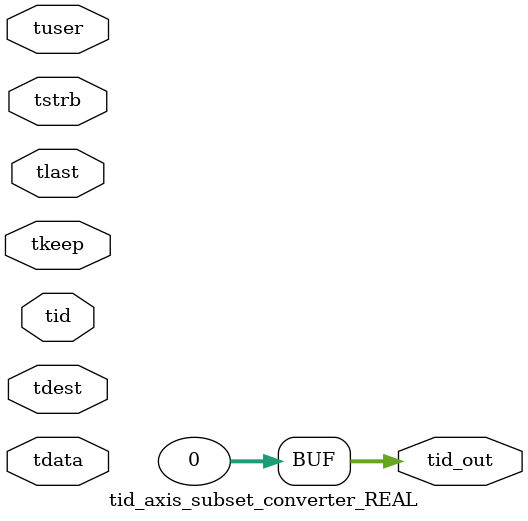
<source format=v>


`timescale 1ps/1ps

module tid_axis_subset_converter_REAL #
(
parameter C_S_AXIS_TID_WIDTH   = 1,
parameter C_S_AXIS_TUSER_WIDTH = 0,
parameter C_S_AXIS_TDATA_WIDTH = 0,
parameter C_S_AXIS_TDEST_WIDTH = 0,
parameter C_M_AXIS_TID_WIDTH   = 32
)
(
input  [(C_S_AXIS_TID_WIDTH   == 0 ? 1 : C_S_AXIS_TID_WIDTH)-1:0       ] tid,
input  [(C_S_AXIS_TDATA_WIDTH == 0 ? 1 : C_S_AXIS_TDATA_WIDTH)-1:0     ] tdata,
input  [(C_S_AXIS_TUSER_WIDTH == 0 ? 1 : C_S_AXIS_TUSER_WIDTH)-1:0     ] tuser,
input  [(C_S_AXIS_TDEST_WIDTH == 0 ? 1 : C_S_AXIS_TDEST_WIDTH)-1:0     ] tdest,
input  [(C_S_AXIS_TDATA_WIDTH/8)-1:0 ] tkeep,
input  [(C_S_AXIS_TDATA_WIDTH/8)-1:0 ] tstrb,
input                                                                    tlast,
output [(C_M_AXIS_TID_WIDTH   == 0 ? 1 : C_M_AXIS_TID_WIDTH)-1:0       ] tid_out
);

assign tid_out = {1'b0};

endmodule


</source>
